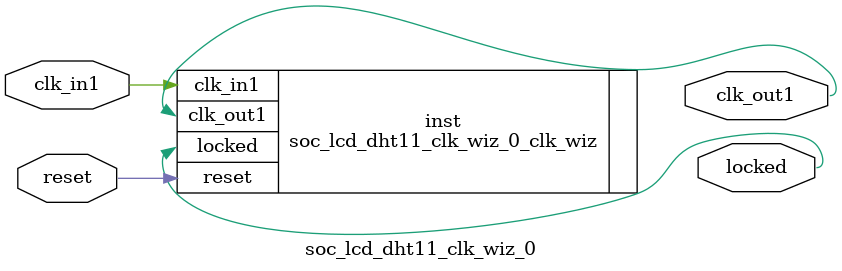
<source format=v>


`timescale 1ps/1ps

(* CORE_GENERATION_INFO = "soc_lcd_dht11_clk_wiz_0,clk_wiz_v6_0_15_0_0,{component_name=soc_lcd_dht11_clk_wiz_0,use_phase_alignment=true,use_min_o_jitter=false,use_max_i_jitter=false,use_dyn_phase_shift=false,use_inclk_switchover=false,use_dyn_reconfig=false,enable_axi=0,feedback_source=FDBK_AUTO,PRIMITIVE=MMCM,num_out_clk=1,clkin1_period=10.000,clkin2_period=10.000,use_power_down=false,use_reset=true,use_locked=true,use_inclk_stopped=false,feedback_type=SINGLE,CLOCK_MGR_TYPE=NA,manual_override=false}" *)

module soc_lcd_dht11_clk_wiz_0 
 (
  // Clock out ports
  output        clk_out1,
  // Status and control signals
  input         reset,
  output        locked,
 // Clock in ports
  input         clk_in1
 );

  soc_lcd_dht11_clk_wiz_0_clk_wiz inst
  (
  // Clock out ports  
  .clk_out1(clk_out1),
  // Status and control signals               
  .reset(reset), 
  .locked(locked),
 // Clock in ports
  .clk_in1(clk_in1)
  );

endmodule

</source>
